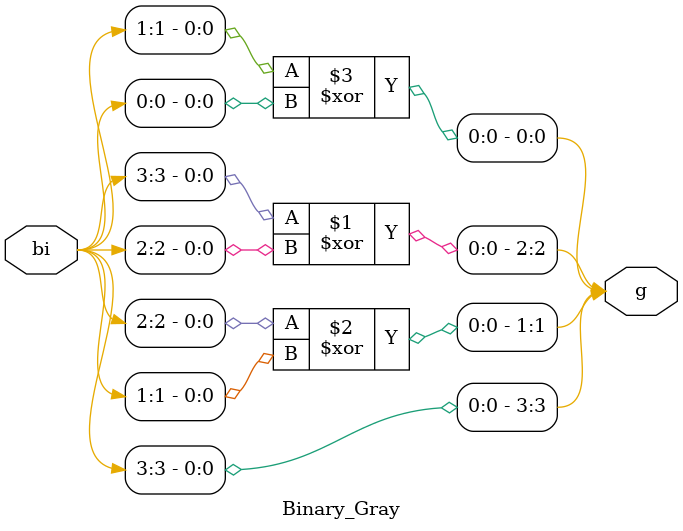
<source format=v>
`timescale 1ns / 1ps
module Binary_Gray(
    input [3:0]bi,
    output [3:0]g
    );
    assign g[3]=bi[3];         
    assign g[2]=bi[3]^bi[2];
    assign g[1]=bi[2]^bi[1];
    assign g[0]=bi[1]^bi[0];
    
endmodule

</source>
